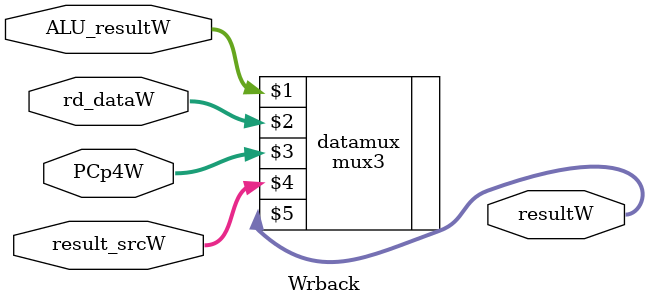
<source format=sv>
module Wrback(
    //input logic reg_wrW, //en Decode
    input logic [1:0] result_srcW,
    
    input logic [31:0] ALU_resultW, rd_dataW, PCp4W,
    //input logic [4:0] rdW, //en Decode
    
    output logic [31:0] resultW
    );
    
mux3 #(32) datamux(ALU_resultW, rd_dataW, PCp4W, result_srcW, resultW); 
endmodule
</source>
